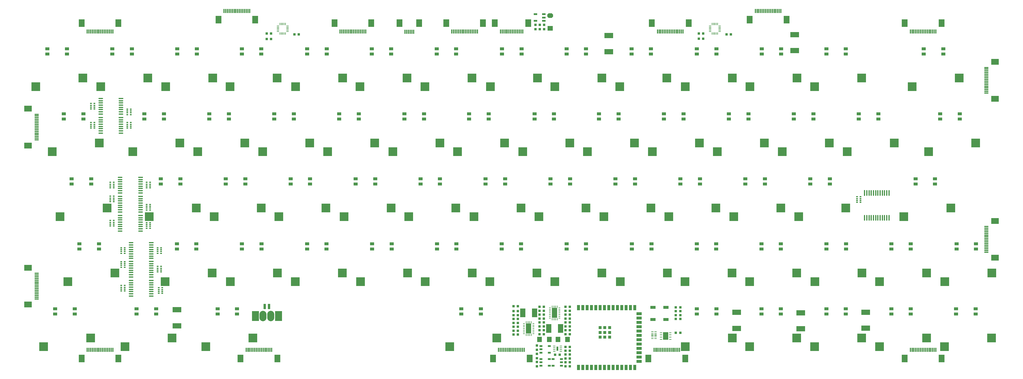
<source format=gbp>
G04*
G04 #@! TF.GenerationSoftware,Altium Limited,Altium Designer,22.10.1 (41)*
G04*
G04 Layer_Color=128*
%FSLAX44Y44*%
%MOMM*%
G71*
G04*
G04 #@! TF.SameCoordinates,9A037A66-6DE6-4E6B-824F-FEF4343B680E*
G04*
G04*
G04 #@! TF.FilePolarity,Positive*
G04*
G01*
G75*
%ADD50R,0.6000X0.4000*%
%ADD51R,0.6000X0.3000*%
%ADD52R,1.1500X0.8200*%
%ADD53R,2.5000X2.5000*%
%ADD54R,0.7620X0.7620*%
%ADD55R,0.2000X0.7000*%
%ADD56R,0.7000X0.2000*%
%ADD57R,0.3000X1.3000*%
%ADD58R,1.8000X2.2000*%
%ADD59R,0.7620X0.7620*%
%ADD60R,0.6800X0.2000*%
%ADD61R,0.6800X0.4000*%
G04:AMPARAMS|DCode=62|XSize=1.62mm|YSize=1.37mm|CornerRadius=0mm|HoleSize=0mm|Usage=FLASHONLY|Rotation=0.000|XOffset=0mm|YOffset=0mm|HoleType=Round|Shape=Octagon|*
%AMOCTAGOND62*
4,1,8,0.8100,-0.3425,0.8100,0.3425,0.4675,0.6850,-0.4675,0.6850,-0.8100,0.3425,-0.8100,-0.3425,-0.4675,-0.6850,0.4675,-0.6850,0.8100,-0.3425,0.0*
%
%ADD62OCTAGOND62*%

%ADD63R,1.6200X1.3700*%
%ADD64R,1.3970X1.5748*%
%ADD65O,2.0320X3.0480*%
%ADD66R,0.2000X0.7750*%
%ADD67O,0.6000X0.2400*%
%ADD68R,1.5800X2.8500*%
%ADD69R,0.8000X1.6000*%
%ADD70R,2.0000X3.0000*%
%ADD71R,1.0500X0.6000*%
%ADD72R,0.6750X0.2400*%
%ADD73R,1.5000X2.3000*%
%ADD74R,1.6000X0.9000*%
%ADD75R,2.2000X1.8000*%
%ADD76R,1.3000X0.3000*%
%ADD77R,2.5400X1.5200*%
%ADD78R,0.6000X1.2000*%
%ADD79R,0.6500X0.2400*%
%ADD80R,1.5000X2.5000*%
%ADD81R,0.8500X0.6000*%
%ADD82O,0.3500X1.7000*%
%ADD83R,0.3500X1.7000*%
%ADD84O,1.4000X0.3000*%
%ADD85R,1.4000X0.3000*%
%ADD86R,0.8890X1.4986*%
%ADD87R,0.8890X0.8890*%
%ADD88R,1.4986X0.8890*%
D50*
X473790Y297560D02*
D03*
Y281560D02*
D03*
X483790Y297560D02*
D03*
Y281560D02*
D03*
X2522300Y548260D02*
D03*
Y564260D02*
D03*
X2532300D02*
D03*
Y548260D02*
D03*
X391720Y821080D02*
D03*
Y805080D02*
D03*
X381720Y821080D02*
D03*
Y805080D02*
D03*
X275040Y821590D02*
D03*
Y837590D02*
D03*
X285040Y821590D02*
D03*
Y837590D02*
D03*
X391720Y781710D02*
D03*
Y765710D02*
D03*
X381720Y781710D02*
D03*
Y765710D02*
D03*
X275040D02*
D03*
Y781710D02*
D03*
X285040D02*
D03*
Y765710D02*
D03*
X448870Y590450D02*
D03*
Y606450D02*
D03*
X438870Y590450D02*
D03*
Y606450D02*
D03*
X332190Y590450D02*
D03*
Y606450D02*
D03*
X342190Y590450D02*
D03*
Y606450D02*
D03*
X448870Y525680D02*
D03*
Y541680D02*
D03*
X438870Y525680D02*
D03*
Y541680D02*
D03*
X332190Y549810D02*
D03*
Y565810D02*
D03*
X342190D02*
D03*
Y549810D02*
D03*
X448870Y472340D02*
D03*
Y488340D02*
D03*
X438870Y472340D02*
D03*
Y488340D02*
D03*
X332190Y478690D02*
D03*
Y494690D02*
D03*
X342190D02*
D03*
Y478690D02*
D03*
X480620Y398680D02*
D03*
Y414680D02*
D03*
X470620Y398680D02*
D03*
Y414680D02*
D03*
X363940D02*
D03*
Y398680D02*
D03*
X373940Y414680D02*
D03*
Y398680D02*
D03*
X480620Y344070D02*
D03*
Y360070D02*
D03*
X470620Y344070D02*
D03*
Y360070D02*
D03*
X363940Y374040D02*
D03*
Y358040D02*
D03*
X373940Y374040D02*
D03*
Y358040D02*
D03*
X363940Y304190D02*
D03*
Y288190D02*
D03*
X373940Y304190D02*
D03*
Y288190D02*
D03*
D51*
X473790Y292060D02*
D03*
Y287060D02*
D03*
X483790Y292060D02*
D03*
Y287060D02*
D03*
X2522300Y553760D02*
D03*
Y558760D02*
D03*
X2532300D02*
D03*
Y553760D02*
D03*
X391720Y815580D02*
D03*
Y810580D02*
D03*
X381720Y815580D02*
D03*
Y810580D02*
D03*
X275040Y827090D02*
D03*
Y832090D02*
D03*
X285040Y827090D02*
D03*
Y832090D02*
D03*
X391720Y776210D02*
D03*
Y771210D02*
D03*
X381720Y776210D02*
D03*
Y771210D02*
D03*
X275040D02*
D03*
Y776210D02*
D03*
X285040D02*
D03*
Y771210D02*
D03*
X448870Y595950D02*
D03*
Y600950D02*
D03*
X438870Y595950D02*
D03*
Y600950D02*
D03*
X332190Y595950D02*
D03*
Y600950D02*
D03*
X342190Y595950D02*
D03*
Y600950D02*
D03*
X448870Y531180D02*
D03*
Y536180D02*
D03*
X438870Y531180D02*
D03*
Y536180D02*
D03*
X332190Y555310D02*
D03*
Y560310D02*
D03*
X342190D02*
D03*
Y555310D02*
D03*
X448870Y477840D02*
D03*
Y482840D02*
D03*
X438870Y477840D02*
D03*
Y482840D02*
D03*
X332190Y484190D02*
D03*
Y489190D02*
D03*
X342190D02*
D03*
Y484190D02*
D03*
X480620Y404180D02*
D03*
Y409180D02*
D03*
X470620Y404180D02*
D03*
Y409180D02*
D03*
X363940D02*
D03*
Y404180D02*
D03*
X373940Y409180D02*
D03*
Y404180D02*
D03*
X480620Y349570D02*
D03*
Y354570D02*
D03*
X470620Y349570D02*
D03*
Y354570D02*
D03*
X363940Y368540D02*
D03*
Y363540D02*
D03*
X373940Y368540D02*
D03*
Y363540D02*
D03*
X363940Y298690D02*
D03*
Y293690D02*
D03*
X373940Y298690D02*
D03*
Y293690D02*
D03*
D52*
X409020Y221040D02*
D03*
Y236040D02*
D03*
X466020Y221040D02*
D03*
Y236040D02*
D03*
X204400Y998040D02*
D03*
Y983040D02*
D03*
X147400Y998040D02*
D03*
Y983040D02*
D03*
X2052400D02*
D03*
Y998040D02*
D03*
X2109400Y983040D02*
D03*
Y998040D02*
D03*
X394900D02*
D03*
Y983040D02*
D03*
X337900Y998040D02*
D03*
Y983040D02*
D03*
X528400D02*
D03*
Y998040D02*
D03*
X585400Y983040D02*
D03*
Y998040D02*
D03*
X774630D02*
D03*
Y983040D02*
D03*
X717630Y998040D02*
D03*
Y983040D02*
D03*
X909400D02*
D03*
Y998040D02*
D03*
X966400Y983040D02*
D03*
Y998040D02*
D03*
X1155630D02*
D03*
Y983040D02*
D03*
X1098630Y998040D02*
D03*
Y983040D02*
D03*
X1289130D02*
D03*
Y998040D02*
D03*
X1346130Y983040D02*
D03*
Y998040D02*
D03*
X1537900D02*
D03*
Y983040D02*
D03*
X1480900Y998040D02*
D03*
Y983040D02*
D03*
X1670130D02*
D03*
Y998040D02*
D03*
X1727130Y983040D02*
D03*
Y998040D02*
D03*
X1917630D02*
D03*
Y983040D02*
D03*
X1860630Y998040D02*
D03*
Y983040D02*
D03*
X2385140Y602040D02*
D03*
Y617040D02*
D03*
X2442140Y602040D02*
D03*
Y617040D02*
D03*
X1918900Y426540D02*
D03*
Y411540D02*
D03*
X1861900Y426540D02*
D03*
Y411540D02*
D03*
X2242500Y983040D02*
D03*
Y998040D02*
D03*
X2299500Y983040D02*
D03*
Y998040D02*
D03*
X2109000Y426540D02*
D03*
Y411540D02*
D03*
X2052000Y426540D02*
D03*
Y411540D02*
D03*
X2194640Y602040D02*
D03*
Y617040D02*
D03*
X2251640Y602040D02*
D03*
Y617040D02*
D03*
X2489130Y998040D02*
D03*
Y983040D02*
D03*
X2432130Y998040D02*
D03*
Y983040D02*
D03*
X2336880Y792540D02*
D03*
Y807540D02*
D03*
X2393880Y792540D02*
D03*
Y807540D02*
D03*
X2823140D02*
D03*
Y792540D02*
D03*
X2766140Y807540D02*
D03*
Y792540D02*
D03*
X2527380D02*
D03*
Y807540D02*
D03*
X2584380Y792540D02*
D03*
Y807540D02*
D03*
X537140Y617040D02*
D03*
Y602040D02*
D03*
X480140Y617040D02*
D03*
Y602040D02*
D03*
X2717880Y983040D02*
D03*
Y998040D02*
D03*
X2774880Y983040D02*
D03*
Y998040D02*
D03*
X1347000Y426540D02*
D03*
Y411540D02*
D03*
X1290000Y426540D02*
D03*
Y411540D02*
D03*
X218520Y602040D02*
D03*
Y617040D02*
D03*
X275520Y602040D02*
D03*
Y617040D02*
D03*
X966000Y426540D02*
D03*
Y411540D02*
D03*
X909000Y426540D02*
D03*
Y411540D02*
D03*
X2814000D02*
D03*
Y426540D02*
D03*
X2871000Y411540D02*
D03*
Y426540D02*
D03*
X2679630Y236040D02*
D03*
Y221040D02*
D03*
X2622630Y236040D02*
D03*
Y221040D02*
D03*
X860740Y602040D02*
D03*
Y617040D02*
D03*
X917740Y602040D02*
D03*
Y617040D02*
D03*
X2750750D02*
D03*
Y602040D02*
D03*
X2693750Y617040D02*
D03*
Y602040D02*
D03*
X812880Y792540D02*
D03*
Y807540D02*
D03*
X869880Y792540D02*
D03*
Y807540D02*
D03*
X1108640Y617040D02*
D03*
Y602040D02*
D03*
X1051640Y617040D02*
D03*
Y602040D02*
D03*
X2052400Y221040D02*
D03*
Y236040D02*
D03*
X2109400Y221040D02*
D03*
Y236040D02*
D03*
X1298740Y617040D02*
D03*
Y602040D02*
D03*
X1241740Y617040D02*
D03*
Y602040D02*
D03*
X1432640D02*
D03*
Y617040D02*
D03*
X1489640Y602040D02*
D03*
Y617040D02*
D03*
X1822380Y807540D02*
D03*
Y792540D02*
D03*
X1765380Y807540D02*
D03*
Y792540D02*
D03*
X1623140Y602040D02*
D03*
Y617040D02*
D03*
X1680140Y602040D02*
D03*
Y617040D02*
D03*
X1870640D02*
D03*
Y602040D02*
D03*
X1813640Y617040D02*
D03*
Y602040D02*
D03*
X646510Y221040D02*
D03*
Y236040D02*
D03*
X703510Y221040D02*
D03*
Y236040D02*
D03*
X227260D02*
D03*
Y221040D02*
D03*
X170260Y236040D02*
D03*
Y221040D02*
D03*
X2432130D02*
D03*
Y236040D02*
D03*
X2489130Y221040D02*
D03*
Y236040D02*
D03*
X298380Y426540D02*
D03*
Y411540D02*
D03*
X241380Y426540D02*
D03*
Y411540D02*
D03*
X2004140Y602040D02*
D03*
Y617040D02*
D03*
X2061140Y602040D02*
D03*
Y617040D02*
D03*
X2298630Y236040D02*
D03*
Y221040D02*
D03*
X2241630Y236040D02*
D03*
Y221040D02*
D03*
X1670130Y411540D02*
D03*
Y426540D02*
D03*
X1727130Y411540D02*
D03*
Y426540D02*
D03*
X1536630D02*
D03*
Y411540D02*
D03*
X1479630Y426540D02*
D03*
Y411540D02*
D03*
X1955880Y792540D02*
D03*
Y807540D02*
D03*
X2012880Y792540D02*
D03*
Y807540D02*
D03*
X2203380D02*
D03*
Y792540D02*
D03*
X2146380Y807540D02*
D03*
Y792540D02*
D03*
X431880D02*
D03*
Y807540D02*
D03*
X488880Y792540D02*
D03*
Y807540D02*
D03*
X2869730Y236040D02*
D03*
Y221040D02*
D03*
X2812730Y236040D02*
D03*
Y221040D02*
D03*
X2432530Y411540D02*
D03*
Y426540D02*
D03*
X2489530Y411540D02*
D03*
Y426540D02*
D03*
X1060380Y807540D02*
D03*
Y792540D02*
D03*
X1003380Y807540D02*
D03*
Y792540D02*
D03*
X1361520Y221040D02*
D03*
Y236040D02*
D03*
X1418520Y221040D02*
D03*
Y236040D02*
D03*
X727640Y617040D02*
D03*
Y602040D02*
D03*
X670640Y617040D02*
D03*
Y602040D02*
D03*
X1194750Y792540D02*
D03*
Y807540D02*
D03*
X1251750Y792540D02*
D03*
Y807540D02*
D03*
X2679630Y426540D02*
D03*
Y411540D02*
D03*
X2622630Y426540D02*
D03*
Y411540D02*
D03*
X1576150Y792540D02*
D03*
Y807540D02*
D03*
X1633150Y792540D02*
D03*
Y807540D02*
D03*
X1156900Y426540D02*
D03*
Y411540D02*
D03*
X1099900Y426540D02*
D03*
Y411540D02*
D03*
X622380Y792540D02*
D03*
Y807540D02*
D03*
X679380Y792540D02*
D03*
Y807540D02*
D03*
X775030Y426540D02*
D03*
Y411540D02*
D03*
X718030Y426540D02*
D03*
Y411540D02*
D03*
X1384380Y792540D02*
D03*
Y807540D02*
D03*
X1441380Y792540D02*
D03*
Y807540D02*
D03*
X584130Y426540D02*
D03*
Y411540D02*
D03*
X527130Y426540D02*
D03*
Y411540D02*
D03*
X2241630D02*
D03*
Y426540D02*
D03*
X2298630Y411540D02*
D03*
Y426540D02*
D03*
X252660Y807540D02*
D03*
Y792540D02*
D03*
X195660Y807540D02*
D03*
Y792540D02*
D03*
D53*
X512870Y150140D02*
D03*
X374870Y124740D02*
D03*
X113250Y886740D02*
D03*
X251250Y912140D02*
D03*
X2156250D02*
D03*
X2018250Y886740D02*
D03*
X303750D02*
D03*
X441750Y912140D02*
D03*
X632250D02*
D03*
X494250Y886740D02*
D03*
X683480D02*
D03*
X821480Y912140D02*
D03*
X1013250D02*
D03*
X875250Y886740D02*
D03*
X1064480D02*
D03*
X1202480Y912140D02*
D03*
X1392980D02*
D03*
X1254980Y886740D02*
D03*
X1446750D02*
D03*
X1584750Y912140D02*
D03*
X1773980D02*
D03*
X1635980Y886740D02*
D03*
X1826480D02*
D03*
X1964480Y912140D02*
D03*
X2488990Y531140D02*
D03*
X2350990Y505740D02*
D03*
X1827750Y315240D02*
D03*
X1965750Y340640D02*
D03*
X2346350Y912140D02*
D03*
X2208350Y886740D02*
D03*
X2017850Y315240D02*
D03*
X2155850Y340640D02*
D03*
X2298490Y531140D02*
D03*
X2160490Y505740D02*
D03*
X2397980Y886740D02*
D03*
X2535980Y912140D02*
D03*
X2440730Y721640D02*
D03*
X2302730Y696240D02*
D03*
X2731990D02*
D03*
X2869990Y721640D02*
D03*
X2631230D02*
D03*
X2493230Y696240D02*
D03*
X445990Y505740D02*
D03*
X583990Y531140D02*
D03*
X2821730Y912140D02*
D03*
X2683730Y886740D02*
D03*
X1255850Y315240D02*
D03*
X1393850Y340640D02*
D03*
X322370Y531140D02*
D03*
X184370Y505740D02*
D03*
X874850Y315240D02*
D03*
X1012850Y340640D02*
D03*
X2917850D02*
D03*
X2779850Y315240D02*
D03*
X2588480Y124740D02*
D03*
X2726480Y150140D02*
D03*
X964590Y531140D02*
D03*
X826590Y505740D02*
D03*
X2659600D02*
D03*
X2797600Y531140D02*
D03*
X916730Y721640D02*
D03*
X778730Y696240D02*
D03*
X1017490Y505740D02*
D03*
X1155490Y531140D02*
D03*
X2156250Y150140D02*
D03*
X2018250Y124740D02*
D03*
X1207590Y505740D02*
D03*
X1345590Y531140D02*
D03*
X1536490D02*
D03*
X1398490Y505740D02*
D03*
X1731230Y696240D02*
D03*
X1869230Y721640D02*
D03*
X1726990Y531140D02*
D03*
X1588990Y505740D02*
D03*
X1779490D02*
D03*
X1917490Y531140D02*
D03*
X750360Y150140D02*
D03*
X612360Y124740D02*
D03*
X136110D02*
D03*
X274110Y150140D02*
D03*
X2535980D02*
D03*
X2397980Y124740D02*
D03*
X207230Y315240D02*
D03*
X345230Y340640D02*
D03*
X2107990Y531140D02*
D03*
X1969990Y505740D02*
D03*
X2207480Y124740D02*
D03*
X2345480Y150140D02*
D03*
X1773980Y340640D02*
D03*
X1635980Y315240D02*
D03*
X1445480D02*
D03*
X1583480Y340640D02*
D03*
X2059730Y721640D02*
D03*
X1921730Y696240D02*
D03*
X2112230D02*
D03*
X2250230Y721640D02*
D03*
X535730D02*
D03*
X397730Y696240D02*
D03*
X2778580Y124740D02*
D03*
X2916580Y150140D02*
D03*
X2536380Y340640D02*
D03*
X2398380Y315240D02*
D03*
X969230Y696240D02*
D03*
X1107230Y721640D02*
D03*
X1465370Y150140D02*
D03*
X1327370Y124740D02*
D03*
X636490Y505740D02*
D03*
X774490Y531140D02*
D03*
X1298600Y721640D02*
D03*
X1160600Y696240D02*
D03*
X2588480Y315240D02*
D03*
X2726480Y340640D02*
D03*
X1680000Y721640D02*
D03*
X1542000Y696240D02*
D03*
X1065750Y315240D02*
D03*
X1203750Y340640D02*
D03*
X726230Y721640D02*
D03*
X588230Y696240D02*
D03*
X683880Y315240D02*
D03*
X821880Y340640D02*
D03*
X1488230Y721640D02*
D03*
X1350230Y696240D02*
D03*
X492980Y315240D02*
D03*
X630980Y340640D02*
D03*
X2345480D02*
D03*
X2207480Y315240D02*
D03*
X161510Y696240D02*
D03*
X299510Y721640D02*
D03*
D54*
X2057889Y1042951D02*
D03*
X2070889D02*
D03*
X1990760Y165367D02*
D03*
X2003760D02*
D03*
X1666744Y102237D02*
D03*
X1679744D02*
D03*
X1666723Y124163D02*
D03*
X1679723D02*
D03*
X1514305Y243279D02*
D03*
X1527305D02*
D03*
X1527425Y228782D02*
D03*
X1514425D02*
D03*
X1666777Y173253D02*
D03*
X1679778D02*
D03*
X1666827Y161807D02*
D03*
X1679827D02*
D03*
X1666729Y67591D02*
D03*
X1679729D02*
D03*
X1666729Y79021D02*
D03*
X1679729D02*
D03*
X1666731Y184429D02*
D03*
X1679731D02*
D03*
X2003581Y217449D02*
D03*
X1990581D02*
D03*
X803429Y1042951D02*
D03*
X790429D02*
D03*
X803429Y1026441D02*
D03*
X790429D02*
D03*
X2139171Y1040409D02*
D03*
X2152171D02*
D03*
X2070889Y1027711D02*
D03*
X2057889D02*
D03*
X871711Y1040409D02*
D03*
X884711D02*
D03*
X1679723Y113211D02*
D03*
X1666723D02*
D03*
X1666775Y90639D02*
D03*
X1679776D02*
D03*
X1990581Y206019D02*
D03*
X2003581D02*
D03*
X1603531Y172999D02*
D03*
X1590531D02*
D03*
X1603531Y184429D02*
D03*
X1590531D02*
D03*
X1603531Y195859D02*
D03*
X1590531D02*
D03*
X1514329Y183161D02*
D03*
X1527329D02*
D03*
X1514329Y194591D02*
D03*
X1527329D02*
D03*
X1514329Y206021D02*
D03*
X1527329D02*
D03*
X1514329Y217451D02*
D03*
X1527329D02*
D03*
X1603531Y161569D02*
D03*
X1590531D02*
D03*
X1527331Y171729D02*
D03*
X1514331D02*
D03*
X1514329Y160301D02*
D03*
X1527329D02*
D03*
X1636881Y101599D02*
D03*
X1649881D02*
D03*
X2003579Y240311D02*
D03*
X1990579D02*
D03*
X2003579Y228881D02*
D03*
X1990579D02*
D03*
X1679731Y195859D02*
D03*
X1666731D02*
D03*
X1679731Y207289D02*
D03*
X1666731D02*
D03*
X1679731Y218719D02*
D03*
X1666731D02*
D03*
X1590529Y218721D02*
D03*
X1603529D02*
D03*
X1590529Y230151D02*
D03*
X1603529D02*
D03*
X1590529Y207291D02*
D03*
X1603529D02*
D03*
X1679731Y241579D02*
D03*
X1666731D02*
D03*
X1666729Y230151D02*
D03*
X1679729D02*
D03*
X1590529Y241581D02*
D03*
X1603529D02*
D03*
D55*
X829570Y1042920D02*
D03*
X833570D02*
D03*
X845570D02*
D03*
X841570D02*
D03*
X837570D02*
D03*
X845570Y1070920D02*
D03*
X841570D02*
D03*
X829570D02*
D03*
X833570D02*
D03*
X837570D02*
D03*
X2097030Y1042920D02*
D03*
X2101030D02*
D03*
X2113030D02*
D03*
X2109030D02*
D03*
X2105030D02*
D03*
X2113030Y1070920D02*
D03*
X2109030D02*
D03*
X2097030D02*
D03*
X2101030D02*
D03*
X2105030D02*
D03*
D56*
X823570Y1064920D02*
D03*
Y1060920D02*
D03*
Y1048920D02*
D03*
Y1052920D02*
D03*
Y1056920D02*
D03*
X851570Y1048920D02*
D03*
Y1052920D02*
D03*
Y1064920D02*
D03*
Y1060920D02*
D03*
Y1056920D02*
D03*
X2091030Y1064920D02*
D03*
Y1060920D02*
D03*
Y1048920D02*
D03*
Y1052920D02*
D03*
Y1056920D02*
D03*
X2119030Y1048920D02*
D03*
Y1052920D02*
D03*
Y1064920D02*
D03*
Y1060920D02*
D03*
Y1056920D02*
D03*
D57*
X1221540Y1048180D02*
D03*
X1216540D02*
D03*
X1211540Y1048180D02*
D03*
X1206540Y1048180D02*
D03*
X1201540D02*
D03*
X1196540D02*
D03*
X1541369Y1048497D02*
D03*
X1536369D02*
D03*
X1531369D02*
D03*
X1526369D02*
D03*
X1521369D02*
D03*
X1516369D02*
D03*
X1511369D02*
D03*
X1506369D02*
D03*
X1501369D02*
D03*
X1496369D02*
D03*
X1491369D02*
D03*
X1486369D02*
D03*
X1481369D02*
D03*
X1476369D02*
D03*
X1408470Y1048460D02*
D03*
X1403470D02*
D03*
X1398470D02*
D03*
X1378470D02*
D03*
X1363470D02*
D03*
X1343470D02*
D03*
X1338470D02*
D03*
X1333470D02*
D03*
X1368470D02*
D03*
X1373470D02*
D03*
X1348470D02*
D03*
X1353470D02*
D03*
X1358470D02*
D03*
X1383470D02*
D03*
X1388470D02*
D03*
X1393470D02*
D03*
X725450Y1108560D02*
D03*
X720450D02*
D03*
X715450D02*
D03*
X690450D02*
D03*
X685450D02*
D03*
X680450D02*
D03*
X665450D02*
D03*
X670450D02*
D03*
X675450D02*
D03*
X695450D02*
D03*
X710450D02*
D03*
X730450D02*
D03*
X735450D02*
D03*
X740450D02*
D03*
X705451D02*
D03*
X700450D02*
D03*
X1530630Y115420D02*
D03*
X1525630D02*
D03*
X1520630D02*
D03*
X1495630D02*
D03*
X1490630D02*
D03*
X1485630D02*
D03*
X1470630D02*
D03*
X1475630D02*
D03*
X1480630D02*
D03*
X1500630D02*
D03*
X1515630D02*
D03*
X1535630D02*
D03*
X1540630D02*
D03*
X1545630D02*
D03*
X1510630D02*
D03*
X1505630D02*
D03*
X2738400Y1048460D02*
D03*
X2733400D02*
D03*
X2728400D02*
D03*
X2703400D02*
D03*
X2698400D02*
D03*
X2693400D02*
D03*
X2718400D02*
D03*
X2713400D02*
D03*
X2678400D02*
D03*
X2683400D02*
D03*
X2688400D02*
D03*
X2708400D02*
D03*
X2723400D02*
D03*
X2743400D02*
D03*
X2748400D02*
D03*
X2753400D02*
D03*
X2258740Y1108560D02*
D03*
X2263741D02*
D03*
X2298740D02*
D03*
X2293740D02*
D03*
X2288740D02*
D03*
X2268740D02*
D03*
X2253740D02*
D03*
X2233740D02*
D03*
X2228740D02*
D03*
X2223740D02*
D03*
X2238740D02*
D03*
X2243740D02*
D03*
X2248740D02*
D03*
X2273740D02*
D03*
X2278740D02*
D03*
X2283740D02*
D03*
X2678400Y115420D02*
D03*
X2683400D02*
D03*
X2688400D02*
D03*
X2693400D02*
D03*
X2698400D02*
D03*
X2703400D02*
D03*
X2708400D02*
D03*
X2723400D02*
D03*
X2728400D02*
D03*
X2733400D02*
D03*
X2738400D02*
D03*
X2743400D02*
D03*
X2748400D02*
D03*
X2753400D02*
D03*
X2718401D02*
D03*
X2713400D02*
D03*
X1926560D02*
D03*
X1931560D02*
D03*
X1936560D02*
D03*
X1956560D02*
D03*
X1971560D02*
D03*
X1991560D02*
D03*
X1996560D02*
D03*
X2001560D02*
D03*
X1966561D02*
D03*
X1961560D02*
D03*
X1986560D02*
D03*
X1981560D02*
D03*
X1976560D02*
D03*
X1951560D02*
D03*
X1946560D02*
D03*
X1941560D02*
D03*
X1996720Y1048460D02*
D03*
X1991720D02*
D03*
X1986720D02*
D03*
X1961720D02*
D03*
X1956720D02*
D03*
X1951720D02*
D03*
X1976720D02*
D03*
X1971720D02*
D03*
X1936720D02*
D03*
X1941720D02*
D03*
X1946720D02*
D03*
X1966720D02*
D03*
X1981720D02*
D03*
X2001720D02*
D03*
X2006720D02*
D03*
X2011720D02*
D03*
X1020810D02*
D03*
X1025810D02*
D03*
X1030810D02*
D03*
X1055810D02*
D03*
X1060810D02*
D03*
X1065810D02*
D03*
X1080810D02*
D03*
X1075810D02*
D03*
X1070810D02*
D03*
X1050810D02*
D03*
X1035810D02*
D03*
X1015810D02*
D03*
X1010810D02*
D03*
X1005810D02*
D03*
X1040810D02*
D03*
X1045810D02*
D03*
X279130D02*
D03*
X284130D02*
D03*
X289130D02*
D03*
X314130D02*
D03*
X319130D02*
D03*
X324130D02*
D03*
X339130D02*
D03*
X334130D02*
D03*
X329130D02*
D03*
X309130D02*
D03*
X294130D02*
D03*
X274130D02*
D03*
X269130D02*
D03*
X264130D02*
D03*
X299130D02*
D03*
X304130D02*
D03*
X279130Y115420D02*
D03*
X284130D02*
D03*
X289130D02*
D03*
X314130D02*
D03*
X319130D02*
D03*
X324130D02*
D03*
X299130D02*
D03*
X304130D02*
D03*
X339130D02*
D03*
X334130D02*
D03*
X329130D02*
D03*
X309130D02*
D03*
X294130D02*
D03*
X274130D02*
D03*
X269130D02*
D03*
X264130D02*
D03*
X745220D02*
D03*
X750220D02*
D03*
X755220D02*
D03*
X780220D02*
D03*
X785220D02*
D03*
X790220D02*
D03*
X765220D02*
D03*
X770220D02*
D03*
X805220D02*
D03*
X800220D02*
D03*
X795220D02*
D03*
X775220D02*
D03*
X760220D02*
D03*
X740220D02*
D03*
X735220D02*
D03*
X730220D02*
D03*
D58*
X1238040Y1073150D02*
D03*
X1180040Y1073150D02*
D03*
X1557869Y1073467D02*
D03*
X1459869D02*
D03*
X1424970Y1073430D02*
D03*
X1316970D02*
D03*
X648950Y1083590D02*
D03*
X756950D02*
D03*
X1454130Y90450D02*
D03*
X1562130D02*
D03*
X2661900Y1073430D02*
D03*
X2769900D02*
D03*
X2315240Y1083590D02*
D03*
X2207240D02*
D03*
X2661900Y90450D02*
D03*
X2769900D02*
D03*
X1910060D02*
D03*
X2018060D02*
D03*
X1920220Y1073430D02*
D03*
X2028220D02*
D03*
X1097310D02*
D03*
X989310D02*
D03*
X355630D02*
D03*
X247630D02*
D03*
X355630Y90450D02*
D03*
X247630D02*
D03*
X821720D02*
D03*
X713720D02*
D03*
D59*
X1583141Y91201D02*
D03*
Y104201D02*
D03*
X1578611Y1055221D02*
D03*
Y1068221D02*
D03*
X1604011Y1055221D02*
D03*
Y1068221D02*
D03*
X1583061Y115701D02*
D03*
Y128701D02*
D03*
X1583059Y67439D02*
D03*
Y80439D02*
D03*
X1591311Y1055221D02*
D03*
Y1068221D02*
D03*
D60*
X1922241Y168750D02*
D03*
Y163748D02*
D03*
Y153748D02*
D03*
Y148750D02*
D03*
X1930940D02*
D03*
Y153748D02*
D03*
Y163748D02*
D03*
Y168750D02*
D03*
D61*
X1922241Y158750D02*
D03*
X1930940D02*
D03*
D62*
X1621790Y1095510D02*
D03*
D63*
Y1058410D02*
D03*
D64*
X1619280Y146050D02*
D03*
X1590780D02*
D03*
X1673120D02*
D03*
X1644620D02*
D03*
D65*
X779780Y214630D02*
D03*
X802640D02*
D03*
D66*
X1642030Y205800D02*
D03*
X1637430D02*
D03*
X1632830D02*
D03*
X1628230D02*
D03*
X1628230Y241800D02*
D03*
X1632830D02*
D03*
X1637430D02*
D03*
X1642030D02*
D03*
X1552030Y160080D02*
D03*
X1556630D02*
D03*
X1561230D02*
D03*
X1565830D02*
D03*
X1565830Y196080D02*
D03*
X1561230D02*
D03*
X1556630D02*
D03*
X1552030D02*
D03*
D67*
X1621130Y228800D02*
D03*
Y223800D02*
D03*
Y233800D02*
D03*
Y238800D02*
D03*
Y218800D02*
D03*
Y213800D02*
D03*
Y208800D02*
D03*
X1649130Y218800D02*
D03*
Y223800D02*
D03*
Y213800D02*
D03*
Y208800D02*
D03*
Y228800D02*
D03*
Y233800D02*
D03*
Y238800D02*
D03*
X1544930Y163080D02*
D03*
Y168080D02*
D03*
Y173080D02*
D03*
Y193080D02*
D03*
Y188080D02*
D03*
Y178080D02*
D03*
Y183080D02*
D03*
X1572930Y193080D02*
D03*
Y188080D02*
D03*
Y183080D02*
D03*
Y163080D02*
D03*
Y168080D02*
D03*
Y178080D02*
D03*
Y173080D02*
D03*
D68*
X1635130Y223800D02*
D03*
X1558930Y178080D02*
D03*
D69*
X797598Y242736D02*
D03*
X785098D02*
D03*
D70*
X825030Y214630D02*
D03*
X757390D02*
D03*
D71*
X1579310Y1099160D02*
D03*
X1603310Y1089660D02*
D03*
Y1099160D02*
D03*
Y1080160D02*
D03*
X1579310D02*
D03*
D72*
X1947255Y165960D02*
D03*
Y159460D02*
D03*
Y146460D02*
D03*
Y152960D02*
D03*
X1974505Y165960D02*
D03*
Y159460D02*
D03*
Y146460D02*
D03*
Y152960D02*
D03*
D73*
X1960880Y156210D02*
D03*
D74*
X1961520Y240530D02*
D03*
Y204530D02*
D03*
X1923420Y240530D02*
D03*
Y204530D02*
D03*
D75*
X2926720Y493700D02*
D03*
Y385700D02*
D03*
X90810Y714630D02*
D03*
Y822630D02*
D03*
X2926720Y851790D02*
D03*
Y959790D02*
D03*
X90810Y356540D02*
D03*
Y248540D02*
D03*
D76*
X2901750Y437200D02*
D03*
Y442200D02*
D03*
Y477200D02*
D03*
Y472200D02*
D03*
Y467200D02*
D03*
Y447200D02*
D03*
Y432200D02*
D03*
Y412200D02*
D03*
Y407200D02*
D03*
Y402200D02*
D03*
Y417200D02*
D03*
Y422200D02*
D03*
Y427200D02*
D03*
Y452200D02*
D03*
Y457200D02*
D03*
Y462200D02*
D03*
X115780Y791130D02*
D03*
Y786130D02*
D03*
Y781130D02*
D03*
Y756130D02*
D03*
Y751130D02*
D03*
Y746130D02*
D03*
Y771130D02*
D03*
Y766130D02*
D03*
Y731130D02*
D03*
Y736130D02*
D03*
Y741130D02*
D03*
Y761130D02*
D03*
Y776130D02*
D03*
Y796130D02*
D03*
Y801130D02*
D03*
Y806130D02*
D03*
X2901750Y928290D02*
D03*
Y923290D02*
D03*
Y918290D02*
D03*
Y893290D02*
D03*
Y888290D02*
D03*
Y883290D02*
D03*
Y868290D02*
D03*
Y873290D02*
D03*
Y878290D02*
D03*
Y898290D02*
D03*
Y913290D02*
D03*
Y933290D02*
D03*
Y938290D02*
D03*
Y943290D02*
D03*
Y908290D02*
D03*
Y903290D02*
D03*
X115780Y280040D02*
D03*
Y285040D02*
D03*
Y290040D02*
D03*
Y315040D02*
D03*
Y320040D02*
D03*
Y325040D02*
D03*
Y340040D02*
D03*
Y335040D02*
D03*
Y330040D02*
D03*
Y310040D02*
D03*
Y295040D02*
D03*
Y275040D02*
D03*
Y270040D02*
D03*
Y265040D02*
D03*
Y300040D02*
D03*
Y305040D02*
D03*
D77*
X2169159Y225429D02*
D03*
Y178429D02*
D03*
X2357119Y224159D02*
D03*
Y177159D02*
D03*
X2547704Y226167D02*
D03*
Y179167D02*
D03*
X2339339Y1039499D02*
D03*
Y992499D02*
D03*
X527049Y233049D02*
D03*
Y186049D02*
D03*
X1793692Y1036679D02*
D03*
Y989679D02*
D03*
D78*
X1643380Y119380D02*
D03*
D79*
X1653130Y121880D02*
D03*
Y126880D02*
D03*
Y116880D02*
D03*
Y111880D02*
D03*
X1633630Y121880D02*
D03*
Y126880D02*
D03*
Y116880D02*
D03*
Y111880D02*
D03*
D80*
X1541430Y223800D02*
D03*
X1576430D02*
D03*
X1617630Y178080D02*
D03*
X1652630D02*
D03*
D81*
X1654750Y79020D02*
D03*
Y88520D02*
D03*
Y69520D02*
D03*
X1630750D02*
D03*
Y88520D02*
D03*
X1595190Y107620D02*
D03*
Y117120D02*
D03*
Y126620D02*
D03*
X1619190D02*
D03*
Y107620D02*
D03*
Y88520D02*
D03*
X1595190Y69520D02*
D03*
Y79020D02*
D03*
Y88520D02*
D03*
X1619190Y69520D02*
D03*
D82*
X2615760Y502260D02*
D03*
X2609260D02*
D03*
X2615760Y575260D02*
D03*
X2609260D02*
D03*
X2550760D02*
D03*
X2557260D02*
D03*
X2563760D02*
D03*
X2570260D02*
D03*
X2576760D02*
D03*
X2583260D02*
D03*
X2589760D02*
D03*
X2596260D02*
D03*
X2602760D02*
D03*
X2544260Y502260D02*
D03*
X2550760D02*
D03*
X2557260D02*
D03*
X2563760D02*
D03*
X2570260D02*
D03*
X2576760D02*
D03*
X2583260D02*
D03*
X2589760D02*
D03*
X2596260D02*
D03*
X2602760D02*
D03*
D83*
X2544260Y575260D02*
D03*
D84*
X420570Y608200D02*
D03*
Y601700D02*
D03*
Y595200D02*
D03*
Y588700D02*
D03*
Y582200D02*
D03*
X360570Y588700D02*
D03*
Y595200D02*
D03*
Y601700D02*
D03*
Y608200D02*
D03*
Y582200D02*
D03*
Y575700D02*
D03*
X420570Y614700D02*
D03*
Y575700D02*
D03*
X360570Y614700D02*
D03*
Y621200D02*
D03*
X303420Y783460D02*
D03*
Y776960D02*
D03*
Y770460D02*
D03*
Y763960D02*
D03*
X363420Y757460D02*
D03*
Y763960D02*
D03*
Y770460D02*
D03*
Y776960D02*
D03*
Y783460D02*
D03*
X303420Y750960D02*
D03*
Y757460D02*
D03*
X363420Y789960D02*
D03*
Y750960D02*
D03*
X303420Y789960D02*
D03*
Y796460D02*
D03*
Y839340D02*
D03*
Y832840D02*
D03*
Y826340D02*
D03*
Y819840D02*
D03*
Y813340D02*
D03*
X363420D02*
D03*
Y819840D02*
D03*
Y826340D02*
D03*
Y832840D02*
D03*
Y839340D02*
D03*
X303420Y806840D02*
D03*
X363420Y845840D02*
D03*
Y806840D02*
D03*
X303420Y845840D02*
D03*
Y852340D02*
D03*
X360570Y552320D02*
D03*
Y545820D02*
D03*
Y539320D02*
D03*
Y532820D02*
D03*
X420570Y526320D02*
D03*
Y532820D02*
D03*
Y539320D02*
D03*
Y545820D02*
D03*
Y552320D02*
D03*
X360570Y526320D02*
D03*
Y519820D02*
D03*
X420570Y558820D02*
D03*
Y519820D02*
D03*
X360570Y558820D02*
D03*
Y565320D02*
D03*
X392320Y305940D02*
D03*
Y299440D02*
D03*
Y292940D02*
D03*
Y286440D02*
D03*
X452320Y279940D02*
D03*
Y286440D02*
D03*
Y292940D02*
D03*
Y299440D02*
D03*
Y305940D02*
D03*
X392320Y279940D02*
D03*
X452320Y312440D02*
D03*
Y273440D02*
D03*
X392320Y312440D02*
D03*
Y273440D02*
D03*
Y318940D02*
D03*
Y361820D02*
D03*
Y355320D02*
D03*
Y348820D02*
D03*
Y342320D02*
D03*
X452320Y335820D02*
D03*
Y342320D02*
D03*
Y348820D02*
D03*
Y355320D02*
D03*
Y361820D02*
D03*
X392320Y329320D02*
D03*
Y335820D02*
D03*
X452320Y368320D02*
D03*
Y329320D02*
D03*
X392320Y368320D02*
D03*
Y374820D02*
D03*
Y416430D02*
D03*
Y409930D02*
D03*
Y403430D02*
D03*
Y396930D02*
D03*
X452320Y390430D02*
D03*
Y396930D02*
D03*
Y403430D02*
D03*
Y409930D02*
D03*
Y416430D02*
D03*
X392320Y383930D02*
D03*
Y390430D02*
D03*
X452320Y422930D02*
D03*
Y383930D02*
D03*
X392320Y422930D02*
D03*
Y429430D02*
D03*
X360570Y496440D02*
D03*
Y489940D02*
D03*
Y483440D02*
D03*
Y476940D02*
D03*
X420570Y470440D02*
D03*
Y476940D02*
D03*
Y483440D02*
D03*
Y489940D02*
D03*
Y496440D02*
D03*
X360570Y470440D02*
D03*
Y463940D02*
D03*
X420570Y502940D02*
D03*
Y463940D02*
D03*
X360570Y502940D02*
D03*
Y509440D02*
D03*
D85*
X420570Y621200D02*
D03*
X363420Y796460D02*
D03*
Y852340D02*
D03*
X420570Y565320D02*
D03*
X452320Y318940D02*
D03*
Y374820D02*
D03*
Y429430D02*
D03*
X420570Y509440D02*
D03*
D86*
X1730634Y64161D02*
D03*
X1832234Y239167D02*
D03*
X1730634D02*
D03*
X1717934D02*
D03*
X1705234Y64161D02*
D03*
X1717934D02*
D03*
X1743334D02*
D03*
X1756034D02*
D03*
X1768734D02*
D03*
X1781434D02*
D03*
X1794134D02*
D03*
X1806834D02*
D03*
X1819534D02*
D03*
X1832234D02*
D03*
X1844934D02*
D03*
X1857634D02*
D03*
X1870334D02*
D03*
Y239167D02*
D03*
X1857634D02*
D03*
X1844934D02*
D03*
X1819534D02*
D03*
X1806834D02*
D03*
X1794134D02*
D03*
X1781434D02*
D03*
X1768734D02*
D03*
X1756034D02*
D03*
X1743334D02*
D03*
X1705234D02*
D03*
D87*
X1768429Y166675D02*
D03*
Y180671D02*
D03*
X1782425D02*
D03*
X1796420D02*
D03*
Y166675D02*
D03*
Y152680D02*
D03*
X1782425D02*
D03*
X1768429D02*
D03*
X1782425Y166675D02*
D03*
D88*
X1882831Y81814D02*
D03*
Y94514D02*
D03*
Y107214D02*
D03*
Y119914D02*
D03*
Y132614D02*
D03*
Y145314D02*
D03*
Y158014D02*
D03*
Y170714D02*
D03*
Y183414D02*
D03*
Y196114D02*
D03*
Y208814D02*
D03*
Y221514D02*
D03*
M02*

</source>
